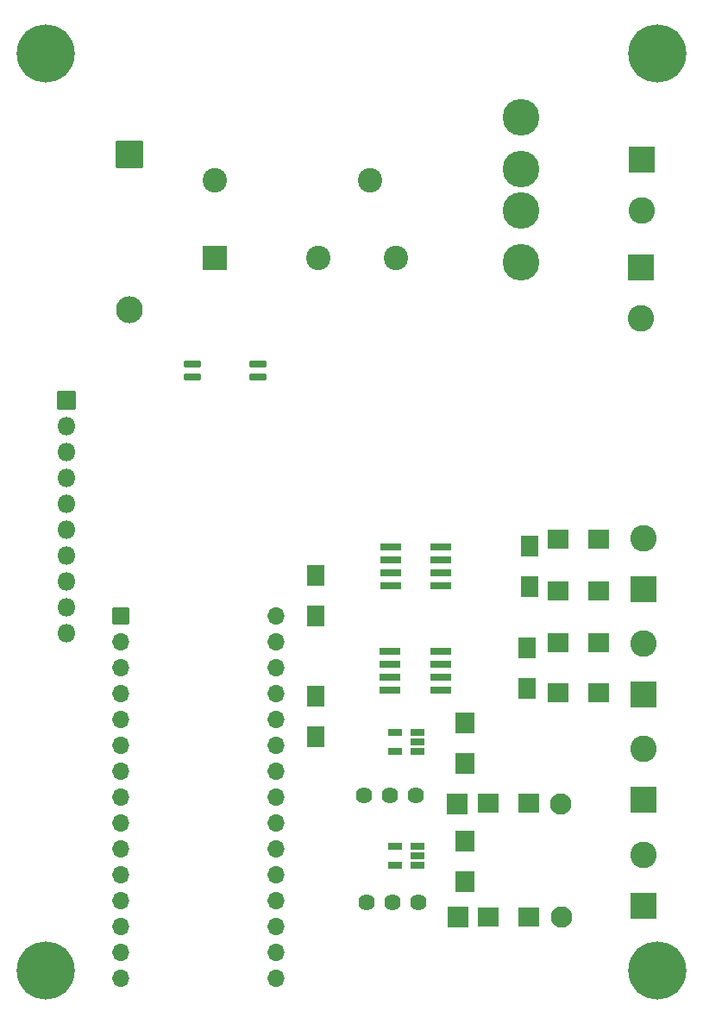
<source format=gbr>
%TF.GenerationSoftware,KiCad,Pcbnew,(6.0.4)*%
%TF.CreationDate,2023-02-01T16:26:22-05:00*%
%TF.ProjectId,BREAD_Slice,42524541-445f-4536-9c69-63652e6b6963,rev?*%
%TF.SameCoordinates,PX74eba40PY8552dc0*%
%TF.FileFunction,Soldermask,Bot*%
%TF.FilePolarity,Negative*%
%FSLAX46Y46*%
G04 Gerber Fmt 4.6, Leading zero omitted, Abs format (unit mm)*
G04 Created by KiCad (PCBNEW (6.0.4)) date 2023-02-01 16:26:22*
%MOMM*%
%LPD*%
G01*
G04 APERTURE LIST*
G04 Aperture macros list*
%AMRoundRect*
0 Rectangle with rounded corners*
0 $1 Rounding radius*
0 $2 $3 $4 $5 $6 $7 $8 $9 X,Y pos of 4 corners*
0 Add a 4 corners polygon primitive as box body*
4,1,4,$2,$3,$4,$5,$6,$7,$8,$9,$2,$3,0*
0 Add four circle primitives for the rounded corners*
1,1,$1+$1,$2,$3*
1,1,$1+$1,$4,$5*
1,1,$1+$1,$6,$7*
1,1,$1+$1,$8,$9*
0 Add four rect primitives between the rounded corners*
20,1,$1+$1,$2,$3,$4,$5,0*
20,1,$1+$1,$4,$5,$6,$7,0*
20,1,$1+$1,$6,$7,$8,$9,0*
20,1,$1+$1,$8,$9,$2,$3,0*%
G04 Aperture macros list end*
%ADD10C,5.700000*%
%ADD11RoundRect,0.050000X-0.800000X-0.800000X0.800000X-0.800000X0.800000X0.800000X-0.800000X0.800000X0*%
%ADD12O,1.700000X1.700000*%
%ADD13RoundRect,0.050000X-0.850000X-0.850000X0.850000X-0.850000X0.850000X0.850000X-0.850000X0.850000X0*%
%ADD14O,1.800000X1.800000*%
%ADD15RoundRect,0.050000X1.250000X-1.250000X1.250000X1.250000X-1.250000X1.250000X-1.250000X-1.250000X0*%
%ADD16C,2.600000*%
%ADD17RoundRect,0.050000X1.270000X-1.270000X1.270000X1.270000X-1.270000X1.270000X-1.270000X-1.270000X0*%
%ADD18C,2.640000*%
%ADD19RoundRect,0.050000X-1.250000X1.250000X-1.250000X-1.250000X1.250000X-1.250000X1.250000X1.250000X0*%
%ADD20RoundRect,0.050000X0.999490X0.999490X-0.999490X0.999490X-0.999490X-0.999490X0.999490X-0.999490X0*%
%ADD21C,2.098980*%
%ADD22C,1.624000*%
%ADD23RoundRect,0.050000X1.150000X1.150000X-1.150000X1.150000X-1.150000X-1.150000X1.150000X-1.150000X0*%
%ADD24C,2.400000*%
%ADD25C,3.600000*%
%ADD26RoundRect,0.050000X-1.000000X-0.850000X1.000000X-0.850000X1.000000X0.850000X-1.000000X0.850000X0*%
%ADD27RoundRect,0.200000X0.512500X0.150000X-0.512500X0.150000X-0.512500X-0.150000X0.512500X-0.150000X0*%
%ADD28RoundRect,0.050000X-0.800000X1.000000X-0.800000X-1.000000X0.800000X-1.000000X0.800000X1.000000X0*%
%ADD29RoundRect,0.050000X0.800000X-1.000000X0.800000X1.000000X-0.800000X1.000000X-0.800000X-1.000000X0*%
%ADD30RoundRect,0.091300X0.943700X0.253700X-0.943700X0.253700X-0.943700X-0.253700X0.943700X-0.253700X0*%
%ADD31RoundRect,0.050000X-0.850000X1.000000X-0.850000X-1.000000X0.850000X-1.000000X0.850000X1.000000X0*%
%ADD32RoundRect,0.200000X0.662500X0.150000X-0.662500X0.150000X-0.662500X-0.150000X0.662500X-0.150000X0*%
G04 APERTURE END LIST*
D10*
%TO.C,H1*%
X5000000Y95000000D03*
%TD*%
%TO.C,H2*%
X65000000Y95000000D03*
%TD*%
%TO.C,H3*%
X5000000Y5000000D03*
%TD*%
%TO.C,H4*%
X65000000Y5000000D03*
%TD*%
D11*
%TO.C,A1*%
X12400000Y39800000D03*
D12*
X12400000Y37260000D03*
X12400000Y34720000D03*
X12400000Y32180000D03*
X12400000Y29640000D03*
X12400000Y27100000D03*
X12400000Y24560000D03*
X12400000Y22020000D03*
X12400000Y19480000D03*
X12400000Y16940000D03*
X12400000Y14400000D03*
X12400000Y11860000D03*
X12400000Y9320000D03*
X12400000Y6780000D03*
X12400000Y4240000D03*
X27640000Y4240000D03*
X27640000Y6780000D03*
X27640000Y9320000D03*
X27640000Y11860000D03*
X27640000Y14400000D03*
X27640000Y16940000D03*
X27640000Y19480000D03*
X27640000Y22020000D03*
X27640000Y24560000D03*
X27640000Y27100000D03*
X27640000Y29640000D03*
X27640000Y32180000D03*
X27640000Y34720000D03*
X27640000Y37260000D03*
X27640000Y39800000D03*
%TD*%
D13*
%TO.C,J1*%
X7000000Y61000000D03*
D14*
X7000000Y58460000D03*
X7000000Y55920000D03*
X7000000Y53380000D03*
X7000000Y50840000D03*
X7000000Y48300000D03*
X7000000Y45760000D03*
X7000000Y43220000D03*
X7000000Y40680000D03*
X7000000Y38140000D03*
%TD*%
D15*
%TO.C,J2*%
X63673000Y21757000D03*
D16*
X63673000Y26757000D03*
%TD*%
D15*
%TO.C,J3*%
X63673000Y11343000D03*
D16*
X63673000Y16343000D03*
%TD*%
D17*
%TO.C,D3*%
X13208000Y85090000D03*
D18*
X13208000Y69850000D03*
%TD*%
D19*
%TO.C,J5*%
X63500000Y84582000D03*
D16*
X63500000Y79582000D03*
%TD*%
D15*
%TO.C,J8*%
X63673000Y32131000D03*
D16*
X63673000Y37131000D03*
%TD*%
D20*
%TO.C,D2*%
X45466000Y10287000D03*
D21*
X55626000Y10287000D03*
%TD*%
D15*
%TO.C,J7*%
X63673000Y42458000D03*
D16*
X63673000Y47458000D03*
%TD*%
D22*
%TO.C,RV2*%
X41529000Y11684000D03*
X38989000Y11684000D03*
X36449000Y11684000D03*
%TD*%
D19*
%TO.C,J4*%
X63454000Y74001000D03*
D16*
X63454000Y69001000D03*
%TD*%
D20*
%TO.C,D1*%
X45339000Y21336000D03*
D21*
X55499000Y21336000D03*
%TD*%
D22*
%TO.C,RV1*%
X41275000Y22225000D03*
X38735000Y22225000D03*
X36195000Y22225000D03*
%TD*%
D23*
%TO.C,K1*%
X21605000Y74940000D03*
D24*
X31765000Y74940000D03*
X39385000Y74940000D03*
X36845000Y82560000D03*
X21605000Y82560000D03*
%TD*%
D25*
%TO.C,F1*%
X51643000Y79564000D03*
X51643000Y74484000D03*
X51643000Y83624000D03*
X51643000Y88704000D03*
%TD*%
D26*
%TO.C,FB4*%
X55277000Y32258000D03*
X59277000Y32258000D03*
%TD*%
%TO.C,R4*%
X48419000Y21463000D03*
X52419000Y21463000D03*
%TD*%
D27*
%TO.C,U2*%
X41523500Y17206000D03*
X41523500Y16256000D03*
X41523500Y15306000D03*
X39248500Y15306000D03*
X39248500Y17206000D03*
%TD*%
%TO.C,U1*%
X41523500Y28382000D03*
X41523500Y27432000D03*
X41523500Y26482000D03*
X39248500Y26482000D03*
X39248500Y28382000D03*
%TD*%
D26*
%TO.C,R6*%
X48419000Y10287000D03*
X52419000Y10287000D03*
%TD*%
D28*
%TO.C,C6*%
X52197000Y36671000D03*
X52197000Y32671000D03*
%TD*%
D29*
%TO.C,C1*%
X31496000Y39783000D03*
X31496000Y43783000D03*
%TD*%
D30*
%TO.C,U4*%
X43750000Y36322000D03*
X43750000Y35052000D03*
X43750000Y33782000D03*
X43750000Y32512000D03*
X38800000Y32512000D03*
X38800000Y33782000D03*
X38800000Y35052000D03*
X38800000Y36322000D03*
%TD*%
D26*
%TO.C,FB1*%
X55277000Y47371000D03*
X59277000Y47371000D03*
%TD*%
%TO.C,FB3*%
X55277000Y37211000D03*
X59277000Y37211000D03*
%TD*%
D31*
%TO.C,R1*%
X46101000Y17748000D03*
X46101000Y13748000D03*
%TD*%
D32*
%TO.C,U5*%
X25787500Y64535000D03*
X25787500Y63265000D03*
X19412500Y63265000D03*
X19412500Y64535000D03*
%TD*%
D31*
%TO.C,R3*%
X46101000Y29305000D03*
X46101000Y25305000D03*
%TD*%
D28*
%TO.C,C3*%
X52451000Y46704000D03*
X52451000Y42704000D03*
%TD*%
%TO.C,C2*%
X31496000Y31972000D03*
X31496000Y27972000D03*
%TD*%
D30*
%TO.C,U3*%
X43803000Y46609000D03*
X43803000Y45339000D03*
X43803000Y44069000D03*
X43803000Y42799000D03*
X38853000Y42799000D03*
X38853000Y44069000D03*
X38853000Y45339000D03*
X38853000Y46609000D03*
%TD*%
D26*
%TO.C,FB2*%
X55277000Y42291000D03*
X59277000Y42291000D03*
%TD*%
M02*

</source>
